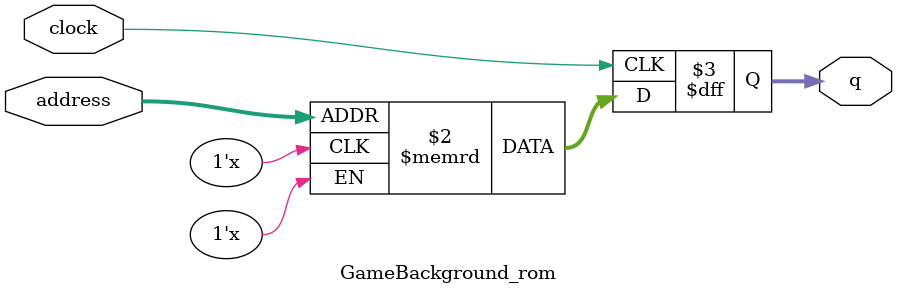
<source format=sv>
module GameBackground_rom (
	input logic clock,
	input logic [18:0] address,
	output logic [2:0] q
);

logic [2:0] memory [0:307199] /* synthesis ram_init_file = "./GameBackground/GameBackground.COE" */;

always_ff @ (posedge clock) begin
	q <= memory[address];
end

endmodule

</source>
